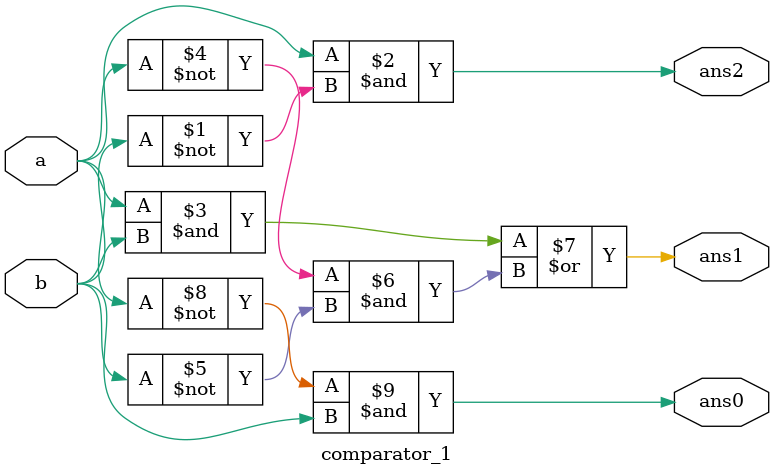
<source format=v>
module comparator_1(
    input wire a, b,

    output	 wire	 ans2    , //A>B
	output   wire    ans1    , //A=B
    output   wire    ans0      //A<B
);


//真值表
/*    
A	B	F(A>B)	F(A<B)	F(A=B)
0	0	0	0	1
0	1	0	1	0
1	0	1	0	0
1	1	0	0	1
*/

/*运算符-优先级

!  、 ~	最高
*  、 / 、%	次高
+ 、 -	

优先级依次降低
< 、 <= 、 > 、 >= 
== 、 != 、 === 、 !==
&
^ 、 ^~
|
&&

||	次低
？	最低
*/

//门级电路的实现，
assign ans2 = a & ~b;
assign ans1 = a&b | ~a&~b;
assign ans0 = ~a & b;

endmodule
</source>
